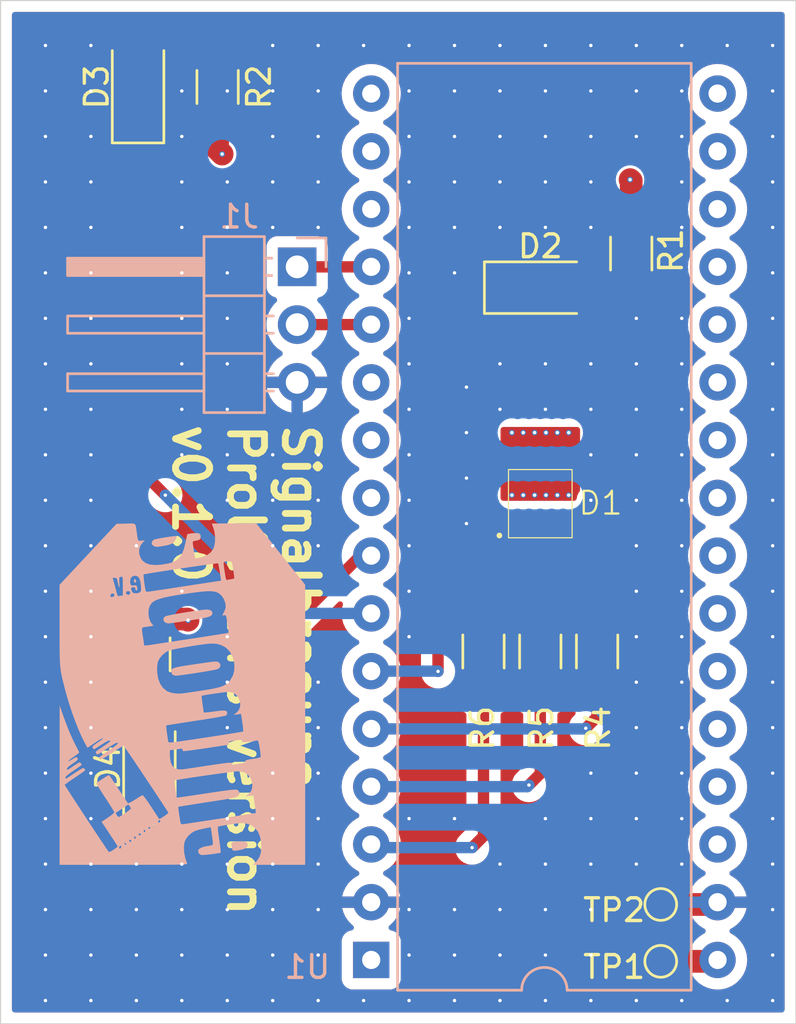
<source format=kicad_pcb>
(kicad_pcb (version 20221018) (generator pcbnew)
  (title_block (title "Signalbraeune") (date "2024-09-10") (rev "0.1.0") (company "Entropia e.V.") (comment 1 "by aklausl & Proliecan") (comment 2 "Proliecan`s version"))
  (layers (0 "F.Cu" signal) (1 "In1.Cu" signal) (2 "In2.Cu" signal) (31 "B.Cu" signal) (34 "B.Paste" user) (35 "F.Paste" user) (36 "B.SilkS" user "B.Silkscreen") (37 "F.SilkS" user "F.Silkscreen") (38 "B.Mask" user) (39 "F.Mask" user) (44 "Edge.Cuts" user))
  (net 0 "")
  (net 1 "+5V")
  (net 2 "Net-(D1-BK)")
  (net 3 "Net-(D1-GK)")
  (net 4 "Net-(D1-RK)")
  (net 5 "/R")
  (net 6 "Net-(D2-A)")
  (net 7 "/W1")
  (net 8 "Net-(D3-A)")
  (net 9 "/W2")
  (net 10 "Net-(D4-A)")
  (net 11 "/TX")
  (net 12 "/RX")
  (net 13 "GND")
  (net 14 "/RGB_R")
  (net 15 "/RGB_G")
  (net 16 "/RGB_B")
  (footprint "LED_SMD:LED_1206_3216Metric_Pad1.42x1.75mm_HandSolder" (layer "F.Cu") (at 153.75 82.625)
    (fp_text reference "D2" (at 0 -1.82) (layer "F.SilkS"))
    (fp_text value "LED - red")
    (pad "1" smd roundrect (at -1.4875 0) (size 1.425 1.75) (layers "F.Cu" "F.Paste" "F.Mask") (roundrect_rratio 0.175439) (net 5 "/R"))
    (pad "2" smd roundrect (at 1.4875 0) (size 1.425 1.75) (layers "F.Cu" "F.Paste" "F.Mask") (roundrect_rratio 0.175439) (net 6 "Net-(D2-A)"))
  )
  (footprint "Resistor_SMD:R_1206_3216Metric_Pad1.30x1.75mm_HandSolder" (layer "F.Cu") (at 153.75 98.625 90)
    (fp_text reference "R5" (at -3.375 0.05 90) (layer "F.SilkS"))
    (fp_text value "330R")
    (pad "1" smd roundrect (at -1.55 0 90) (size 1.3 1.75) (layers "F.Cu" "F.Paste" "F.Mask") (roundrect_rratio 0.192308) (net 15 "/RGB_G"))
    (pad "2" smd roundrect (at 1.55 0 90) (size 1.3 1.75) (layers "F.Cu" "F.Paste" "F.Mask") (roundrect_rratio 0.192308) (net 3 "Net-(D1-GK)"))
  )
  (footprint "Resistor_SMD:R_1206_3216Metric_Pad1.30x1.75mm_HandSolder" (layer "F.Cu") (at 157.75 81.125 90)
    (fp_text reference "R1" (at 0.125 1.75 90) (layer "F.SilkS"))
    (fp_text value "330R")
    (pad "1" smd roundrect (at -1.55 0 90) (size 1.3 1.75) (layers "F.Cu" "F.Paste" "F.Mask") (roundrect_rratio 0.192308) (net 6 "Net-(D2-A)"))
    (pad "2" smd roundrect (at 1.55 0 90) (size 1.3 1.75) (layers "F.Cu" "F.Paste" "F.Mask") (roundrect_rratio 0.192308) (net 1 "+5V"))
  )
  (footprint "Resistor_SMD:R_1206_3216Metric_Pad1.30x1.75mm_HandSolder" (layer "F.Cu") (at 139.55 73.8 -90)
    (fp_text reference "R2" (at 0 -1.82 90) (layer "F.SilkS"))
    (fp_text value "330R")
    (pad "1" smd roundrect (at -1.55 0 270) (size 1.3 1.75) (layers "F.Cu" "F.Paste" "F.Mask") (roundrect_rratio 0.192308) (net 8 "Net-(D3-A)"))
    (pad "2" smd roundrect (at 1.55 0 270) (size 1.3 1.75) (layers "F.Cu" "F.Paste" "F.Mask") (roundrect_rratio 0.192308) (net 1 "+5V"))
  )
  (footprint "Resistor_SMD:R_1206_3216Metric_Pad1.30x1.75mm_HandSolder" (layer "F.Cu") (at 136.55 98.75 90)
    (fp_text reference "R3" (at 0 -1.82 90) (layer "F.SilkS"))
    (fp_text value "330R")
    (pad "1" smd roundrect (at -1.55 0 90) (size 1.3 1.75) (layers "F.Cu" "F.Paste" "F.Mask") (roundrect_rratio 0.192308) (net 10 "Net-(D4-A)"))
    (pad "2" smd roundrect (at 1.55 0 90) (size 1.3 1.75) (layers "F.Cu" "F.Paste" "F.Mask") (roundrect_rratio 0.192308) (net 1 "+5V"))
  )
  (footprint "TestPoint:TestPoint_Pad_D1.0mm" (layer "F.Cu") (at 159.05 112.25 180)
    (fp_text reference "TP1" (at 2.05 -0.25) (layer "F.SilkS"))
    (fp_text value "TestPoint_Probe" hide)
    (pad "1" smd circle (at 0 0 180) (size 1 1) (layers "F.Cu" "F.Mask") (net 1 "+5V"))
  )
  (footprint "CRGB1314ASE-500-TR:CRGB1314ASE-500-TR" (layer "F.Cu") (at 153.75 92.125)
    (fp_text reference "D1" (at 2.65 -0.025 unlocked) (layer "F.SilkS") (effects (font (thickness 0.1))))
    (fp_text value "CRGB1314ASE-500-TR")
    (pad "1" smd rect (at 0.95 -1.75) (size 0.65 1.5) (layers "F.Cu" "F.Paste" "F.Mask") (net 1 "+5V") (clearance 0.3))
    (pad "2" smd rect (at 0 -1.75) (size 0.65 1.5) (layers "F.Cu" "F.Paste" "F.Mask") (net 1 "+5V") (clearance 0.3))
    (pad "3" smd rect (at -0.95 -1.75) (size 0.65 1.5) (layers "F.Cu" "F.Paste" "F.Mask") (net 1 "+5V") (clearance 0.3))
    (pad "4" smd rect (at -0.95 1.75) (size 0.65 1.5) (layers "F.Cu" "F.Paste" "F.Mask") (net 2 "Net-(D1-BK)") (clearance 0.3))
    (pad "5" smd rect (at 0 1.75) (size 0.65 1.5) (layers "F.Cu" "F.Paste" "F.Mask") (net 3 "Net-(D1-GK)") (clearance 0.3))
    (pad "6" smd rect (at 0.95 1.75) (size 0.65 1.5) (layers "F.Cu" "F.Paste" "F.Mask") (net 4 "Net-(D1-RK)") (clearance 0.3))
  )
  (footprint "TestPoint:TestPoint_Pad_D1.0mm" (layer "F.Cu") (at 159.05 109.75 180)
    (fp_text reference "TP2" (at 2.05 -0.25) (layer "F.SilkS"))
    (fp_text value "TestPoint_Probe" hide)
    (pad "1" smd circle (at 0 0 180) (size 1 1) (layers "F.Cu" "F.Mask") (net 13 "GND"))
  )
  (footprint "LED_SMD:LED_1206_3216Metric_Pad1.42x1.75mm_HandSolder" (layer "F.Cu") (at 136.05 73.8 90)
    (fp_text reference "D3" (at 0 -1.82 90) (layer "F.SilkS"))
    (fp_text value "LED - white")
    (pad "1" smd roundrect (at -1.4875 0 90) (size 1.425 1.75) (layers "F.Cu" "F.Paste" "F.Mask") (roundrect_rratio 0.175439) (net 7 "/W1"))
    (pad "2" smd roundrect (at 1.4875 0 90) (size 1.425 1.75) (layers "F.Cu" "F.Paste" "F.Mask") (roundrect_rratio 0.175439) (net 8 "Net-(D3-A)"))
  )
  (footprint "Resistor_SMD:R_1206_3216Metric_Pad1.30x1.75mm_HandSolder" (layer "F.Cu") (at 151.25 98.625 90)
    (fp_text reference "R6" (at -3.375 -0.05 90) (layer "F.SilkS"))
    (fp_text value "330R")
    (pad "1" smd roundrect (at -1.55 0 90) (size 1.3 1.75) (layers "F.Cu" "F.Paste" "F.Mask") (roundrect_rratio 0.192308) (net 16 "/RGB_B"))
    (pad "2" smd roundrect (at 1.55 0 90) (size 1.3 1.75) (layers "F.Cu" "F.Paste" "F.Mask") (roundrect_rratio 0.192308) (net 2 "Net-(D1-BK)"))
  )
  (footprint "LED_SMD:LED_1206_3216Metric_Pad1.42x1.75mm_HandSolder" (layer "F.Cu") (at 136.55 103.75 90)
    (fp_text reference "D4" (at 0 -1.82 90) (layer "F.SilkS"))
    (fp_text value "LED - white")
    (pad "1" smd roundrect (at -1.4875 0 90) (size 1.425 1.75) (layers "F.Cu" "F.Paste" "F.Mask") (roundrect_rratio 0.175439) (net 9 "/W2"))
    (pad "2" smd roundrect (at 1.4875 0 90) (size 1.425 1.75) (layers "F.Cu" "F.Paste" "F.Mask") (roundrect_rratio 0.175439) (net 10 "Net-(D4-A)"))
  )
  (footprint "Resistor_SMD:R_1206_3216Metric_Pad1.30x1.75mm_HandSolder" (layer "F.Cu") (at 156.25 98.625 90)
    (fp_text reference "R4" (at -3.375 0.05 90) (layer "F.SilkS"))
    (fp_text value "330R")
    (pad "1" smd roundrect (at -1.55 0 90) (size 1.3 1.75) (layers "F.Cu" "F.Paste" "F.Mask") (roundrect_rratio 0.192308) (net 14 "/RGB_R"))
    (pad "2" smd roundrect (at 1.55 0 90) (size 1.3 1.75) (layers "F.Cu" "F.Paste" "F.Mask") (roundrect_rratio 0.192308) (net 4 "Net-(D1-RK)"))
  )
  (footprint "Package_DIP:DIP-32_W15.24mm" (layer "B.Cu") (at 146.31 112.19)
    (fp_text reference "U1" (at -2.81 0.31) (layer "B.SilkS") (effects (justify mirror)))
    (fp_text value "ESP32 HW-394")
    (pad "1" thru_hole rect (at 0 0) (size 1.6 1.6) (drill 0.8) (layers "*.Cu" "*.Mask"))
    (pad "2" thru_hole oval (at 0 -2.54) (size 1.6 1.6) (drill 0.8) (layers "*.Cu" "*.Mask") (net 13 "GND"))
    (pad "3" thru_hole oval (at 0 -5.08) (size 1.6 1.6) (drill 0.8) (layers "*.Cu" "*.Mask") (net 16 "/RGB_B"))
    (pad "4" thru_hole oval (at 0 -7.62) (size 1.6 1.6) (drill 0.8) (layers "*.Cu" "*.Mask") (net 15 "/RGB_G"))
    (pad "5" thru_hole oval (at 0 -10.16) (size 1.6 1.6) (drill 0.8) (layers "*.Cu" "*.Mask") (net 14 "/RGB_R"))
    (pad "6" thru_hole oval (at 0 -12.7) (size 1.6 1.6) (drill 0.8) (layers "*.Cu" "*.Mask") (net 5 "/R"))
    (pad "7" thru_hole oval (at 0 -15.24) (size 1.6 1.6) (drill 0.8) (layers "*.Cu" "*.Mask") (net 7 "/W1"))
    (pad "8" thru_hole oval (at 0 -17.78) (size 1.6 1.6) (drill 0.8) (layers "*.Cu" "*.Mask") (net 9 "/W2"))
    (pad "9" thru_hole oval (at 0 -20.32) (size 1.6 1.6) (drill 0.8) (layers "*.Cu" "*.Mask"))
    (pad "10" thru_hole oval (at 0 -22.86) (size 1.6 1.6) (drill 0.8) (layers "*.Cu" "*.Mask"))
    (pad "11" thru_hole oval (at 0 -25.4) (size 1.6 1.6) (drill 0.8) (layers "*.Cu" "*.Mask"))
    (pad "12" thru_hole oval (at 0 -27.94) (size 1.6 1.6) (drill 0.8) (layers "*.Cu" "*.Mask") (net 12 "/RX"))
    (pad "13" thru_hole oval (at 0 -30.48) (size 1.6 1.6) (drill 0.8) (layers "*.Cu" "*.Mask") (net 11 "/TX"))
    (pad "14" thru_hole oval (at 0 -33.02) (size 1.6 1.6) (drill 0.8) (layers "*.Cu" "*.Mask"))
    (pad "15" thru_hole oval (at 0 -35.56) (size 1.6 1.6) (drill 0.8) (layers "*.Cu" "*.Mask"))
    (pad "16" thru_hole oval (at 0 -38.1) (size 1.6 1.6) (drill 0.8) (layers "*.Cu" "*.Mask"))
    (pad "17" thru_hole oval (at 15.24 -38.1) (size 1.6 1.6) (drill 0.8) (layers "*.Cu" "*.Mask"))
    (pad "18" thru_hole oval (at 15.24 -35.56) (size 1.6 1.6) (drill 0.8) (layers "*.Cu" "*.Mask"))
    (pad "19" thru_hole oval (at 15.24 -33.02) (size 1.6 1.6) (drill 0.8) (layers "*.Cu" "*.Mask"))
    (pad "20" thru_hole oval (at 15.24 -30.48) (size 1.6 1.6) (drill 0.8) (layers "*.Cu" "*.Mask") (net 1 "+5V"))
    (pad "21" thru_hole oval (at 15.24 -27.94) (size 1.6 1.6) (drill 0.8) (layers "*.Cu" "*.Mask"))
    (pad "22" thru_hole oval (at 15.24 -25.4) (size 1.6 1.6) (drill 0.8) (layers "*.Cu" "*.Mask"))
    (pad "23" thru_hole oval (at 15.24 -22.86) (size 1.6 1.6) (drill 0.8) (layers "*.Cu" "*.Mask"))
    (pad "24" thru_hole oval (at 15.24 -20.32) (size 1.6 1.6) (drill 0.8) (layers "*.Cu" "*.Mask"))
    (pad "25" thru_hole oval (at 15.24 -17.78) (size 1.6 1.6) (drill 0.8) (layers "*.Cu" "*.Mask"))
    (pad "26" thru_hole oval (at 15.24 -15.24) (size 1.6 1.6) (drill 0.8) (layers "*.Cu" "*.Mask"))
    (pad "27" thru_hole oval (at 15.24 -12.7) (size 1.6 1.6) (drill 0.8) (layers "*.Cu" "*.Mask"))
    (pad "28" thru_hole oval (at 15.24 -10.16) (size 1.6 1.6) (drill 0.8) (layers "*.Cu" "*.Mask"))
    (pad "29" thru_hole oval (at 15.24 -7.62) (size 1.6 1.6) (drill 0.8) (layers "*.Cu" "*.Mask"))
    (pad "30" thru_hole oval (at 15.24 -5.08) (size 1.6 1.6) (drill 0.8) (layers "*.Cu" "*.Mask"))
    (pad "31" thru_hole oval (at 15.24 -2.54) (size 1.6 1.6) (drill 0.8) (layers "*.Cu" "*.Mask") (net 13 "GND"))
    (pad "32" thru_hole oval (at 15.24 0) (size 1.6 1.6) (drill 0.8) (layers "*.Cu" "*.Mask") (net 1 "+5V"))
  )
  (footprint "Proliecan:teebeutel_15mm" (layer "B.Cu") (at 138 100.5 180)
    (fp_text reference " " hide)
    (fp_text value " " hide)
  )
  (footprint "Connector_PinHeader_2.54mm:PinHeader_1x03_P2.54mm_Horizontal" (layer "B.Cu") (at 143.05 81.71 180)
    (fp_text reference "J1" (at 2.55 2.21 -360) (layer "B.SilkS") (effects (justify mirror)))
    (fp_text value "281698-3")
    (pad "1" thru_hole rect (at 0 0 180) (size 1.7 1.7) (drill 1) (layers "*.Cu" "*.Mask") (net 11 "/TX"))
    (pad "2" thru_hole oval (at 0 -2.54 180) (size 1.7 1.7) (drill 1) (layers "*.Cu" "*.Mask") (net 12 "/RX"))
    (pad "3" thru_hole oval (at 0 -5.08 180) (size 1.7 1.7) (drill 1) (layers "*.Cu" "*.Mask") (net 13 "GND"))
  )
  (gr_rect (start 130 70) (end 165 115) (stroke (width 0.05)) (fill none) (layer "Edge.Cuts"))
  (gr_text "Signalbraeune\nProliecan`s version\nv0.1.0" (at 137.5 88.5 -90) (layer "F.SilkS") (effects (font (size 1.5 1.5) (thickness 0.3) bold) (justify left bottom)))
  (segment (start 157.75 77.925) (end 157.7 77.875) (width 1) (layer "F.Cu") (net 1))
  (segment (start 136.55 97.2) (end 138.2 97.2) (width 1) (layer "F.Cu") (net 1))
  (segment (start 139.55 75.35) (end 139.55 76.55) (width 1) (layer "F.Cu") (net 1))
  (segment (start 157.75 79.575) (end 157.75 77.925) (width 1) (layer "F.Cu") (net 1))
  (segment (start 139.55 76.55) (end 139.75 76.75) (width 1) (layer "F.Cu") (net 1))
  (segment (start 161.49 112.25) (end 161.55 112.19) (width 1) (layer "F.Cu") (net 1))
  (segment (start 138.2 97.2) (end 138.25 97.25) (width 1) (layer "F.Cu") (net 1))
  (segment (start 159.05 112.25) (end 161.49 112.25) (width 1) (layer "F.Cu") (net 1))
  (via (at 139.75 76.75) (size 0.25) (drill 0.15) (layers "F.Cu" "B.Cu") (net 1))
  (via (at 155 89) (size 0.25) (drill 0.15) (layers "F.Cu" "B.Cu") (net 1))
  (via (at 152.5 91.75) (size 0.25) (drill 0.15) (layers "F.Cu" "B.Cu") (net 1))
  (via (at 154.5 91.75) (size 0.25) (drill 0.15) (layers "F.Cu" "B.Cu") (net 1))
  (via (at 154.5 89) (size 0.25) (drill 0.15) (layers "F.Cu" "B.Cu") (net 1))
  (via (at 153.5 89) (size 0.25) (drill 0.15) (layers "F.Cu" "B.Cu") (net 1))
  (via (at 155 91.75) (size 0.25) (drill 0.15) (layers "F.Cu" "B.Cu") (net 1))
  (via (at 153.5 91.75) (size 0.25) (drill 0.15) (layers "F.Cu" "B.Cu") (net 1))
  (via (at 138.25 97.25) (size 0.25) (drill 0.15) (layers "F.Cu" "B.Cu") (net 1))
  (via (at 157.7 77.875) (size 0.25) (drill 0.15) (layers "F.Cu" "B.Cu") (net 1))
  (via (at 153 91.75) (size 0.25) (drill 0.15) (layers "F.Cu" "B.Cu") (net 1))
  (via (at 154 89) (size 0.25) (drill 0.15) (layers "F.Cu" "B.Cu") (net 1))
  (via (at 153 89) (size 0.25) (drill 0.15) (layers "F.Cu" "B.Cu") (net 1))
  (via (at 152.5 89) (size 0.25) (drill 0.15) (layers "F.Cu" "B.Cu") (net 1))
  (via (at 154 91.75) (size 0.25) (drill 0.15) (layers "F.Cu" "B.Cu") (net 1))
  (segment (start 151.25 97.075) (end 151.25 95.425) (width 0.5) (layer "F.Cu") (net 2))
  (segment (start 151.25 95.425) (end 152.8 93.875) (width 0.5) (layer "F.Cu") (net 2))
  (segment (start 153.75 97.075) (end 153.75 93.875) (width 0.5) (layer "F.Cu") (net 3))
  (segment (start 156.25 97.075) (end 156.25 95.425) (width 0.5) (layer "F.Cu") (net 4))
  (segment (start 156.25 95.425) (end 154.7 93.875) (width 0.5) (layer "F.Cu") (net 4))
  (segment (start 149.25 85.6375) (end 152.2625 82.625) (width 0.5) (layer "F.Cu") (net 5))
  (segment (start 149.25 99.5) (end 149.25 85.6375) (width 0.5) (layer "F.Cu") (net 5))
  (via (at 149.25 99.5) (size 0.25) (drill 0.15) (layers "F.Cu" "B.Cu") (net 5))
  (segment (start 146.31 99.49) (end 149.24 99.49) (width 0.5) (layer "B.Cu") (net 5))
  (segment (start 149.24 99.49) (end 149.25 99.5) (width 0.5) (layer "B.Cu") (net 5))
  (segment (start 155.2875 82.675) (end 155.2375 82.625) (width 0.5) (layer "F.Cu") (net 6))
  (segment (start 157.75 82.675) (end 155.2875 82.675) (width 0.5) (layer "F.Cu") (net 6))
  (segment (start 136.05 90.55) (end 137.25 91.75) (width 0.5) (layer "F.Cu") (net 7))
  (segment (start 136.05 75.2875) (end 136.05 90.55) (width 0.5) (layer "F.Cu") (net 7))
  (via (at 137.25 91.75) (size 0.25) (drill 0.15) (layers "F.Cu" "B.Cu") (net 7))
  (segment (start 142.45 96.95) (end 146.31 96.95) (width 0.5) (layer "B.Cu") (net 7))
  (segment (start 137.25 91.75) (end 142.45 96.95) (width 0.5) (layer "B.Cu") (net 7))
  (segment (start 136.05 72.3125) (end 139.4875 72.3125) (width 0.5) (layer "F.Cu") (net 8))
  (segment (start 139.4875 72.3125) (end 139.55 72.25) (width 0.5) (layer "F.Cu") (net 8))
  (segment (start 141.25 102.5) (end 141.25 99) (width 0.5) (layer "F.Cu") (net 9))
  (segment (start 138.4875 105.2375) (end 138.5 105.25) (width 0.5) (layer "F.Cu") (net 9))
  (segment (start 138.5 105.25) (end 141.25 102.5) (width 0.5) (layer "F.Cu") (net 9))
  (segment (start 141.25 99) (end 145.84 94.41) (width 0.5) (layer "F.Cu") (net 9))
  (segment (start 136.55 105.2375) (end 138.4875 105.2375) (width 0.5) (layer "F.Cu") (net 9))
  (segment (start 145.84 94.41) (end 146.31 94.41) (width 0.5) (layer "F.Cu") (net 9))
  (segment (start 136.55 102.2625) (end 136.55 100.3) (width 0.5) (layer "F.Cu") (net 10))
  (segment (start 143.05 81.71) (end 146.31 81.71) (width 0.5) (layer "F.Cu") (net 11))
  (segment (start 146.31 84.25) (end 143.05 84.25) (width 0.5) (layer "F.Cu") (net 12))
  (segment (start 159.05 109.75) (end 161.45 109.75) (width 1) (layer "F.Cu") (net 13))
  (segment (start 161.45 109.75) (end 161.55 109.65) (width 1) (layer "F.Cu") (net 13))
  (via (at 131.975 109.975) (size 0.25) (drill 0.15) (layers "F.Cu" "B.Cu") (net 13))
  (via (at 131.975 107.975) (size 0.25) (drill 0.15) (layers "F.Cu" "B.Cu") (net 13))
  (via (at 143.975 89.975) (size 0.25) (drill 0.15) (layers "F.Cu" "B.Cu") (net 13))
  (via (at 145.975 71.975) (size 0.25) (drill 0.15) (layers "F.Cu" "B.Cu") (net 13))
  (via (at 143.975 101.975) (size 0.25) (drill 0.15) (layers "F.Cu" "B.Cu") (net 13))
  (via (at 157.975 87.975) (size 0.25) (drill 0.15) (layers "F.Cu" "B.Cu") (net 13))
  (via (at 133.975 101.975) (size 0.25) (drill 0.15) (layers "F.Cu" "B.Cu") (net 13))
  (via (at 155.975 87.975) (size 0.25) (drill 0.15) (layers "F.Cu" "B.Cu") (net 13))
  (via (at 149.975 113.975) (size 0.25) (drill 0.15) (layers "F.Cu" "B.Cu") (net 13))
  (via (at 153.975 71.975) (size 0.25) (drill 0.15) (layers "F.Cu" "B.Cu") (net 13))
  (via (at 139.975 83.975) (size 0.25) (drill 0.15) (layers "F.Cu" "B.Cu") (net 13))
  (via (at 141.975 79.975) (size 0.25) (drill 0.15) (layers "F.Cu" "B.Cu") (net 13))
  (via (at 163.975 107.975) (size 0.25) (drill 0.15) (layers "F.Cu" "B.Cu") (net 13))
  (via (at 137.975 83.975) (size 0.25) (drill 0.15) (layers "F.Cu" "B.Cu") (net 13))
  (via (at 150.5 93) (size 0.25) (drill 0.15) (layers "F.Cu" "B.Cu") (net 13))
  (via (at 153.975 77.975) (size 0.25) (drill 0.15) (layers "F.Cu" "B.Cu") (net 13))
  (via (at 155.975 79.975) (size 0.25) (drill 0.15) (layers "F.Cu" "B.Cu") (net 13))
  (via (at 153.975 85.975) (size 0.25) (drill 0.15) (layers "F.Cu" "B.Cu") (net 13))
  (via (at 141.975 109.975) (size 0.25) (drill 0.15) (layers "F.Cu" "B.Cu") (net 13))
  (via (at 159.975 89.975) (size 0.25) (drill 0.15) (layers "F.Cu" "B.Cu") (net 13))
  (via (at 157.975 103.975) (size 0.25) (drill 0.15) (layers "F.Cu" "B.Cu") (net 13))
  (via (at 139.975 81.975) (size 0.25) (drill 0.15) (layers "F.Cu" "B.Cu") (net 13))
  (via (at 155.975 71.975) (size 0.25) (drill 0.15) (layers "F.Cu" "B.Cu") (net 13))
  (via (at 143.975 113.975) (size 0.25) (drill 0.15) (layers "F.Cu" "B.Cu") (net 13))
  (via (at 147.975 87.975) (size 0.25) (drill 0.15) (layers "F.Cu" "B.Cu") (net 13))
  (via (at 153.975 79.975) (size 0.25) (drill 0.15) (layers "F.Cu" "B.Cu") (net 13))
  (via (at 157.975 95.975) (size 0.25) (drill 0.15) (layers "F.Cu" "B.Cu") (net 13))
  (via (at 137.975 89.975) (size 0.25) (drill 0.15) (layers "F.Cu" "B.Cu") (net 13))
  (via (at 133.975 103.975) (size 0.25) (drill 0.15) (layers "F.Cu" "B.Cu") (net 13))
  (via (at 133.975 99.975) (size 0.25) (drill 0.15) (layers "F.Cu" "B.Cu") (net 13))
  (via (at 141.975 89.975) (size 0.25) (drill 0.15) (layers "F.Cu" "B.Cu") (net 13))
  (via (at 147.975 85.975) (size 0.25) (drill 0.15) (layers "F.Cu" "B.Cu") (net 13))
  (via (at 157.975 75.975) (size 0.25) (drill 0.15) (layers "F.Cu" "B.Cu") (net 13))
  (via (at 163.975 73.975) (size 0.25) (drill 0.15) (layers "F.Cu" "B.Cu") (net 13))
  (via (at 147.975 83.975) (size 0.25) (drill 0.15) (layers "F.Cu" "B.Cu") (net 13))
  (via (at 131.975 97.975) (size 0.25) (drill 0.15) (layers "F.Cu" "B.Cu") (net 13))
  (via (at 159.975 95.975) (size 0.25) (drill 0.15) (layers "F.Cu" "B.Cu") (net 13))
  (via (at 163.975 105.975) (size 0.25) (drill 0.15) (layers "F.Cu" "B.Cu") (net 13))
  (via (at 157.975 89.975) (size 0.25) (drill 0.15) (layers "F.Cu" "B.Cu") (net 13))
  (via (at 131.975 75.975) (size 0.25) (drill 0.15) (layers "F.Cu" "B.Cu") (net 13))
  (via (at 133.975 81.975) (size 0.25) (drill 0.15) (layers "F.Cu" "B.Cu") (net 13))
  (via (at 149.975 79.975) (size 0.25) (drill 0.15) (layers "F.Cu" "B.Cu") (net 13))
  (via (at 153.975 109.975) (size 0.25) (drill 0.15) (layers "F.Cu" "B.Cu") (net 13))
  (via (at 151.975 109.975) (size 0.25) (drill 0.15) (layers "F.Cu" "B.Cu") (net 13))
  (via (at 131.975 81.975) (size 0.25) (drill 0.15) (layers "F.Cu" "B.Cu") (net 13))
  (via (at 153.975 107.975) (size 0.25) (drill 0.15) (layers "F.Cu" "B.Cu") (net 13))
  (via (at 155.975 77.975) (size 0.25) (drill 0.15) (layers "F.Cu" "B.Cu") (net 13))
  (via (at 153.975 73.975) (size 0.25) (drill 0.15) (layers "F.Cu" "B.Cu") (net 13))
  (via (at 143.975 105.975) (size 0.25) (drill 0.15) (layers "F.Cu" "B.Cu") (net 13))
  (via (at 133.975 75.975) (size 0.25) (drill 0.15) (layers "F.Cu" "B.Cu") (net 13))
  (via (at 147.975 93.975) (size 0.25) (drill 0.15) (layers "F.Cu" "B.Cu") (net 13))
  (via (at 155.975 109.975) (size 0.25) (drill 0.15) (layers "F.Cu" "B.Cu") (net 13))
  (via (at 150.5 91) (size 0.25) (drill 0.15) (layers "F.Cu" "B.Cu") (net 13))
  (via (at 149.975 73.975) (size 0.25) (drill 0.15) (layers "F.Cu" "B.Cu") (net 13))
  (via (at 155.975 103.975) (size 0.25) (drill 0.15) (layers "F.Cu" "B.Cu") (net 13))
  (via (at 163.975 79.975) (size 0.25) (drill 0.15) (layers "F.Cu" "B.Cu") (net 13))
  (via (at 135.975 113.975) (size 0.25) (drill 0.15) (layers "F.Cu" "B.Cu") (net 13))
  (via (at 163.975 75.975) (size 0.25) (drill 0.15) (layers "F.Cu" "B.Cu") (net 13))
  (via (at 139.975 111.975) (size 0.25) (drill 0.15) (layers "F.Cu" "B.Cu") (net 13))
  (via (at 141.975 73.975) (size 0.25) (drill 0.15) (layers "F.Cu" "B.Cu") (net 13))
  (via (at 137.975 73.975) (size 0.25) (drill 0.15) (layers "F.Cu" "B.Cu") (net 13))
  (via (at 137.975 107.975) (size 0.25) (drill 0.15) (layers "F.Cu" "B.Cu") (net 13))
  (via (at 159.975 77.975) (size 0.25) (drill 0.15) (layers "F.Cu" "B.Cu") (net 13))
  (via (at 147.975 109.975) (size 0.25) (drill 0.15) (layers "F.Cu" "B.Cu") (net 13))
  (via (at 137.975 85.975) (size 0.25) (drill 0.15) (layers "F.Cu" "B.Cu") (net 13))
  (via (at 155.975 113.975) (size 0.25) (drill 0.15) (layers "F.Cu" "B.Cu") (net 13))
  (via (at 137.975 87.975) (size 0.25) (drill 0.15) (layers "F.Cu" "B.Cu") (net 13))
  (via (at 143.975 103.975) (size 0.25) (drill 0.15) (layers "F.Cu" "B.Cu") (net 13))
  (via (at 143.975 77.975) (size 0.25) (drill 0.15) (layers "F.Cu" "B.Cu") (net 13))
  (via (at 141.975 105.975) (size 0.25) (drill 0.15) (layers "F.Cu" "B.Cu") (net 13))
  (via (at 155.975 85.975) (size 0.25) (drill 0.15) (layers "F.Cu" "B.Cu") (net 13))
  (via (at 131.975 77.975) (size 0.25) (drill 0.15) (layers "F.Cu" "B.Cu") (net 13))
  (via (at 159.975 105.975) (size 0.25) (drill 0.15) (layers "F.Cu" "B.Cu") (net 13))
  (via (at 139.975 89.975) (size 0.25) (drill 0.15) (layers "F.Cu" "B.Cu") (net 13))
  (via (at 159.975 97.975) (size 0.25) (drill 0.15) (layers "F.Cu" "B.Cu") (net 13))
  (via (at 139.975 109.975) (size 0.25) (drill 0.15) (layers "F.Cu" "B.Cu") (net 13))
  (via (at 137.975 111.975) (size 0.25) (drill 0.15) (layers "F.Cu" "B.Cu") (net 13))
  (via (at 157.975 85.975) (size 0.25) (drill 0.15) (layers "F.Cu" "B.Cu") (net 13))
  (via (at 133.975 73.975) (size 0.25) (drill 0.15) (layers "F.Cu" "B.Cu") (net 13))
  (via (at 141.975 93.975) (size 0.25) (drill 0.15) (layers "F.Cu" "B.Cu") (net 13))
  (via (at 155.975 105.975) (size 0.25) (drill 0.15) (layers "F.Cu" "B.Cu") (net 13))
  (via (at 159.975 93.975) (size 0.25) (drill 0.15) (layers "F.Cu" "B.Cu") (net 13))
  (via (at 151.975 73.975) (size 0.25) (drill 0.15) (layers "F.Cu" "B.Cu") (net 13))
  (via (at 159.975 83.975) (size 0.25) (drill 0.15) (layers "F.Cu" "B.Cu") (net 13))
  (via (at 163.975 77.975) (size 0.25) (drill 0.15) (layers "F.Cu" "B.Cu") (net 13))
  (via (at 163.975 103.975) (size 0.25) (drill 0.15) (layers "F.Cu" "B.Cu") (net 13))
  (via (at 131.975 113.975) (size 0.25) (drill 0.15) (layers "F.Cu" "B.Cu") (net 13))
  (via (at 143.975 71.975) (size 0.25) (drill 0.15) (layers "F.Cu" "B.Cu") (net 13))
  (via (at 157.975 71.975) (size 0.25) (drill 0.15) (layers "F.Cu" "B.Cu") (net 13))
  (via (at 147.975 77.975) (size 0.25) (drill 0.15) (layers "F.Cu" "B.Cu") (net 13))
  (via (at 141.975 103.975) (size 0.25) (drill 0.15) (layers "F.Cu" "B.Cu") (net 13))
  (via (at 131.975 99.975) (size 0.25) (drill 0.15) (layers "F.Cu" "B.Cu") (net 13))
  (via (at 143.975 79.975) (size 0.25) (drill 0.15) (layers "F.Cu" "B.Cu") (net 13))
  (via (at 143.975 75.975) (size 0.25) (drill 0.15) (layers "F.Cu" "B.Cu") (net 13))
  (via (at 155.975 73.975) (size 0.25) (drill 0.15) (layers "F.Cu" "B.Cu") (net 13))
  (via (at 131.975 111.975) (size 0.25) (drill 0.15) (layers "F.Cu" "B.Cu") (net 13))
  (via (at 163.975 93.975) (size 0.25) (drill 0.15) (layers "F.Cu" "B.Cu") (net 13))
  (via (at 153.975 105.975) (size 0.25) (drill 0.15) (layers "F.Cu" "B.Cu") (net 13))
  (via (at 143.975 93.975) (size 0.25) (drill 0.15) (layers "F.Cu" "B.Cu") (net 13))
  (via (at 147.975 73.975) (size 0.25) (drill 0.15) (layers "F.Cu" "B.Cu") (net 13))
  (via (at 159.975 75.975) (size 0.25) (drill 0.15) (layers "F.Cu" "B.Cu") (net 13))
  (via (at 133.975 83.975) (size 0.25) (drill 0.15) (layers "F.Cu" "B.Cu") (net 13))
  (via (at 135.975 93.975) (size 0.25) (drill 0.15) (layers "F.Cu" "B.Cu") (net 13))
  (via (at 161.975 113.975) (size 0.25) (drill 0.15) (layers "F.Cu" "B.Cu") (net 13))
  (via (at 141.975 113.975) (size 0.25) (drill 0.15) (layers "F.Cu" "B.Cu") (net 13))
  (via (at 139.975 105.975) (size 0.25) (drill 0.15) (layers "F.Cu" "B.Cu") (net 13))
  (via (at 135.975 107.975) (size 0.25) (drill 0.15) (layers "F.Cu" "B.Cu") (net 13))
  (via (at 139.975 101.975) (size 0.25) (drill 0.15) (layers "F.Cu" "B.Cu") (net 13))
  (via (at 163.975 85.975) (size 0.25) (drill 0.15) (layers "F.Cu" "B.Cu") (net 13))
  (via (at 163.975 113.975) (size 0.25) (drill 0.15) (layers "F.Cu" "B.Cu") (net 13))
  (via (at 147.975 97.975) (size 0.25) (drill 0.15) (layers "F.Cu" "B.Cu") (net 13))
  (via (at 157.975 107.975) (size 0.25) (drill 0.15) (layers "F.Cu" "B.Cu") (net 13))
  (via (at 137.975 95.975) (size 0.25) (drill 0.15) (layers "F.Cu" "B.Cu") (net 13))
  (via (at 149.975 111.975) (size 0.25) (drill 0.15) (layers "F.Cu" "B.Cu") (net 13))
  (via (at 141.975 107.975) (size 0.25) (drill 0.15) (layers "F.Cu" "B.Cu") (net 13))
  (via (at 157.975 97.975) (size 0.25) (drill 0.15) (layers "F.Cu" "B.Cu") (net 13))
  (via (at 159.975 101.975) (size 0.25) (drill 0.15) (layers "F.Cu" "B.Cu") (net 13))
  (via (at 133.975 93.975) (size 0.25) (drill 0.15) (layers "F.Cu" "B.Cu") (net 13))
  (via (at 147.975 113.975) (size 0.25) (drill 0.15) (layers "F.Cu" "B.Cu") (net 13))
  (via (at 149.975 71.975) (size 0.25) (drill 0.15) (layers "F.Cu" "B.Cu") (net 13))
  (via (at 147.975 89.975) (size 0.25) (drill 0.15) (layers "F.Cu" "B.Cu") (net 13))
  (via (at 149.975 77.975) (size 0.25) (drill 0.15) (layers "F.Cu" "B.Cu") (net 13))
  (via (at 147.975 95.975) (size 0.25) (drill 0.15) (layers "F.Cu" "B.Cu") (net 13))
  (via (at 131.975 85.975) (size 0.25) (drill 0.15) (layers "F.Cu" "B.Cu") (net 13))
  (via (at 151.975 111.975) (size 0.25) (drill 0.15) (layers "F.Cu" "B.Cu") (net 13))
  (via (at 131.975 87.975) (size 0.25) (drill 0.15) (layers "F.Cu" "B.Cu") (net 13))
  (via (at 131.975 105.975) (size 0.25) (drill 0.15) (layers "F.Cu" "B.Cu") (net 13))
  (via (at 151.975 75.975) (size 0.25) (drill 0.15) (layers "F.Cu" "B.Cu") (net 13))
  (via (at 147.975 71.975) (size 0.25) (drill 0.15) (layers "F.Cu" "B.Cu") (net 13))
  (via (at 157.975 73.975) (size 0.25) (drill 0.15) (layers "F.Cu" "B.Cu") (net 13))
  (via (at 131.975 73.975) (size 0.25) (drill 0.15) (layers "F.Cu" "B.Cu") (net 13))
  (via (at 151.975 77.975) (size 0.25) (drill 0.15) (layers "F.Cu" "B.Cu") (net 13))
  (via (at 143.975 91.975) (size 0.25) (drill 0.15) (layers "F.Cu" "B.Cu") (net 13))
  (via (at 141.975 71.975) (size 0.25) (drill 0.15) (layers "F.Cu" "B.Cu") (net 13))
  (via (at 149.975 109.975) (size 0.25) (drill 0.15) (layers "F.Cu" "B.Cu") (net 13))
  (via (at 133.975 89.975) (size 0.25) (drill 0.15) (layers "F.Cu" "B.Cu") (net 13))
  (via (at 153.975 75.975) (size 0.25) (drill 0.15) (layers "F.Cu" "B.Cu") (net 13))
  (via (at 141.975 111.975) (size 0.25) (drill 0.15) (layers "F.Cu" "B.Cu") (net 13))
  (via (at 163.975 101.975) (size 0.25) (drill 0.15) (layers "F.Cu" "B.Cu") (net 13))
  (via (at 151.975 85.975) (size 0.25) (drill 0.15) (layers "F.Cu" "B.Cu") (net 13))
  (via (at 159.975 79.975) (size 0.25) (drill 0.15) (layers "F.Cu" "B.Cu") (net 13))
  (via (at 163.975 71.975) (size 0.25) (drill 0.15) (layers "F.Cu" "B.Cu") (net 13))
  (via (at 163.975 111.975) (size 0.25) (drill 0.15) (layers "F.Cu" "B.Cu") (net 13))
  (via (at 163.975 91.975) (size 0.25) (drill 0.15) (layers "F.Cu" "B.Cu") (net 13))
  (via (at 147.975 75.975) (size 0.25) (drill 0.15) (layers "F.Cu" "B.Cu") (net 13))
  (via (at 131.975 95.975) (size 0.25) (drill 0.15) (layers "F.Cu" "B.Cu") (net 13))
  (via (at 133.975 77.975) (size 0.25) (drill 0.15) (layers "F.Cu" "B.Cu") (net 13))
  (via (at 150.5 87) (size 0.25) (drill 0.15) (layers "F.Cu" "B.Cu") (net 13))
  (via (at 139.975 107.975) (size 0.25) (drill 0.15) (layers "F.Cu" "B.Cu") (net 13))
  (via (at 151.975 107.975) (size 0.25) (drill 0.15) (layers "F.Cu" "B.Cu") (net 13))
  (via (at 149.975 105.975) (size 0.25) (drill 0.15) (layers "F.Cu" "B.Cu") (net 13))
  (via (at 131.975 79.975) (size 0.25) (drill 0.15) (layers "F.Cu" "B.Cu") (net 13))
  (via (at 141.975 77.975) (size 0.25) (drill 0.15) (layers "F.Cu" "B.Cu") (net 13))
  (via (at 157.975 113.975) (size 0.25) (drill 0.15) (layers "F.Cu" "B.Cu") (net 13))
  (via (at 143.975 107.975) (size 0.25) (drill 0.15) (layers "F.Cu" "B.Cu") (net 13))
  (via (at 139.975 99.975) (size 0.25) (drill 0.15) (layers "F.Cu" "B.Cu") (net 13))
  (via (at 163.975 83.975) (size 0.25) (drill 0.15) (layers "F.Cu" "B.Cu") (net 13))
  (via (at 153.975 111.975) (size 0.25) (drill 0.15) (layers "F.Cu" "B.Cu") (net 13))
  (via (at 143.975 109.975) (size 0.25) (drill 0.15) (layers "F.Cu" "B.Cu") (net 13))
  (via (at 163.975 95.975) (size 0.25) (drill 0.15) (layers "F.Cu" "B.Cu") (net 13))
  (via (at 133.975 79.975) (size 0.25) (drill 0.15) (layers "F.Cu" "B.Cu") (net 13))
  (via (at 131.975 91.975) (size 0.25) (drill 0.15) (layers "F.Cu" "B.Cu") (net 13))
  (via (at 159.975 99.975) (size 0.25) (drill 0.15) (layers "F.Cu" "B.Cu") (net 13))
  (via (at 139.975 91.975) (size 0.25) (drill 0.15) (layers "F.Cu" "B.Cu") (net 13))
  (via (at 159.975 71.975) (size 0.25) (drill 0.15) (layers "F.Cu" "B.Cu") (net 13))
  (via (at 133.975 107.975) (size 0.25) (drill 0.15) (layers "F.Cu" "B.Cu") (net 13))
  (via (at 139.975 77.975) (size 0.25) (drill 0.15) (layers "F.Cu" "B.Cu") (net 13))
  (via (at 159.975 113.975) (size 0.25) (drill 0.15) (layers "F.Cu" "B.Cu") (net 13))
  (via (at 131.975 71.975) (size 0.25) (drill 0.15) (layers "F.Cu" "B.Cu") (net 13))
  (via (at 159.975 73.975) (size 0.25) (drill 0.15) (layers "F.Cu" "B.Cu") (net 13))
  (via (at 147.975 105.975) (size 0.25) (drill 0.15) (layers "F.Cu" "B.Cu") (net 13))
  (via (at 155.975 75.975) (size 0.25) (drill 0.15) (layers "F.Cu" "B.Cu") (net 13))
  (via (at 151.975 71.975) (size 0.25) (drill 0.15) (layers "F.Cu" "B.Cu") (net 13))
  (via (at 151.975 113.975) (size 0.25) (drill 0.15) (layers "F.Cu" "B.Cu") (net 13))
  (via (at 133.975 105.975) (size 0.25) (drill 0.15) (layers "F.Cu" "B.Cu") (net 13))
  (via (at 151.975 87.975) (size 0.25) (drill 0.15) (layers "F.Cu" "B.Cu") (net 13))
  (via (at 133.975 71.975) (size 0.25) (drill 0.15) (layers "F.Cu" "B.Cu") (net 13))
  (via (at 157.975 91.975) (size 0.25) (drill 0.15) (layers "F.Cu" "B.Cu") (net 13))
  (via (at 133.975 111.975) (size 0.25) (drill 0.15) (layers "F.Cu" "B.Cu") (net 13))
  (via (at 155.975 89.975) (size 0.25) (drill 0.15) (layers "F.Cu" "B.Cu") (net 13))
  (via (at 147.975 91.975) (size 0.25) (drill 0.15) (layers "F.Cu" "B.Cu") (net 13))
  (via (at 137.975 113.975) (size 0.25) (drill 0.15) (layers "F.Cu" "B.Cu") (net 13))
  (via (at 163.975 87.975) (size 0.25) (drill 0.15) (layers "F.Cu" "B.Cu") (net 13))
  (via (at 139.975 113.975) (size 0.25) (drill 0.15) (layers "F.Cu" "B.Cu") (net 13))
  (via (at 139.975 97.975) (size 0.25) (drill 0.15) (layers "F.Cu" "B.Cu") (net 13))
  (via (at 131.975 83.975) (size 0.25) (drill 0.15) (layers "F.Cu" "B.Cu") (net 13))
  (via (at 141.975 91.975) (size 0.25) (drill 0.15) (layers "F.Cu" "B.Cu") (net 13))
  (via (at 133.975 85.975) (size 0.25) (drill 0.15) (layers "F.Cu" "B.Cu") (net 13))
  (via (at 163.975 99.975) (size 0.25) (drill 0.15) (layers "F.Cu" "B.Cu") (net 13))
  (via (at 163.975 81.975) (size 0.25) (drill 0.15) (layers "F.Cu" "B.Cu") (net 13))
  (via (at 135.975 109.975) (size 0.25) (drill 0.15) (layers "F.Cu" "B.Cu") (net 13))
  (via (at 153.975 87.975) (size 0.25) (drill 0.15) (layers "F.Cu" "B.Cu") (net 13))
  (via (at 157.975 101.975) (size 0.25) (drill 0.15) (layers "F.Cu" "B.Cu") (net 13))
  (via (at 161.975 71.975) (size 0.25) (drill 0.15) (layers "F.Cu" "B.Cu") (net 13))
  (via (at 133.975 91.975) (size 0.25) (drill 0.15) (layers "F.Cu" "B.Cu") (net 13))
  (via (at 147.975 111.975) (size 0.25) (drill 0.15) (layers "F.Cu" "B.Cu") (net 13))
  (via (at 150.5 89) (size 0.25) (drill 0.15) (layers "F.Cu" "B.Cu") (net 13))
  (via (at 153.975 113.975) (size 0.25) (drill 0.15) (layers "F.Cu" "B.Cu") (net 13))
  (via (at 157.975 83.975) (size 0.25) (drill 0.15) (layers "F.Cu" "B.Cu") (net 13))
  (via (at 137.975 77.975) (size 0.25) (drill 0.15) (layers "F.Cu" "B.Cu") (net 13))
  (via (at 133.975 97.975) (size 0.25) (drill 0.15) (layers "F.Cu" "B.Cu") (net 13))
  (via (at 137.975 75.975) (size 0.25) (drill 0.15) (layers "F.Cu" "B.Cu") (net 13))
  (via (at 131.975 101.975) (size 0.25) (drill 0.15) (layers "F.Cu" "B.Cu") (net 13))
  (via (at 151.975 79.975) (size 0.25) (drill 0.15) (layers "F.Cu" "B.Cu") (net 13))
  (via (at 139.975 85.975) (size 0.25) (drill 0.15) (layers "F.Cu" "B.Cu") (net 13))
  (via (at 143.975 111.975) (size 0.25) (drill 0.15) (layers "F.Cu" "B.Cu") (net 13))
  (via (at 157.975 93.975) (size 0.25) (drill 0.15) (layers "F.Cu" "B.Cu") (net 13))
  (via (at 159.975 87.975) (size 0.25) (drill 0.15) (layers "F.Cu" "B.Cu") (net 13))
  (via (at 157.975 99.975) (size 0.25) (drill 0.15) (layers "F.Cu" "B.Cu") (net 13))
  (via (at 155.975 111.975) (size 0.25) (drill 0.15) (layers "F.Cu" "B.Cu") (net 13))
  (via (at 147.975 79.975) (size 0.25) (drill 0.15) (layers "F.Cu" "B.Cu") (net 13))
  (via (at 163.975 109.975) (size 0.25) (drill 0.15) (layers "F.Cu" "B.Cu") (net 13))
  (via (at 139.975 79.975) (size 0.25) (drill 0.15) (layers "F.Cu" "B.Cu") (net 13))
  (via (at 131.975 103.975) (size 0.25) (drill 0.15) (layers "F.Cu" "B.Cu") (net 13))
  (via (at 133.975 87.975) (size 0.25) (drill 0.15) (layers "F.Cu" "B.Cu") (net 13))
  (via (at 145.975 113.975) (size 0.25) (drill 0.15) (layers "F.Cu" "B.Cu") (net 13))
  (via (at 163.975 97.975) (size 0.25) (drill 0.15) (layers "F.Cu" "B.Cu") (net 13))
  (via (at 163.975 89.975) (size 0.25) (drill 0.15) (layers "F.Cu" "B.Cu") (net 13))
  (via (at 137.975 79.975) (size 0.25) (drill 0.15) (layers "F.Cu" "B.Cu") (net 13))
  (via (at 137.975 109.975) (size 0.25) (drill 0.15) (layers "F.Cu" "B.Cu") (net 13))
  (via (at 159.975 103.975) (size 0.25) (drill 0.15) (layers "F.Cu" "B.Cu") (net 13))
  (via (at 149.975 81.975) (size 0.25) (drill 0.15) (layers "F.Cu" "B.Cu") (net 13))
  (via (at 139.975 87.975) (size 0.25) (drill 0.15) (layers "F.Cu" "B.Cu") (net 13))
  (via (at 159.975 91.975) (size 0.25) (drill 0.15) (layers "F.Cu" "B.Cu") (net 13))
  (via (at 149.975 75.975) (size 0.25) (drill 0.15) (layers "F.Cu" "B.Cu") (net 13))
  (via (at 143.975 73.975) (size 0.25) (drill 0.15) (layers "F.Cu" "B.Cu") (net 13))
  (via (at 159.975 85.975) (size 0.25) (drill 0.15) (layers "F.Cu" "B.Cu") (net 13))
  (via (at 131.975 89.975) (size 0.25) (drill 0.15) (layers "F.Cu" "B.Cu") (net 13))
  (via (at 155.975 107.975) (size 0.25) (drill 0.15) (layers "F.Cu" "B.Cu") (net 13))
  (via (at 157.975 105.975) (size 0.25) (drill 0.15) (layers "F.Cu" "B.Cu") (net 13))
  (via (at 133.975 113.975) (size 0.25) (drill 0.15) (layers "F.Cu" "B.Cu") (net 13))
  (via (at 147.975 81.975) (size 0.25) (drill 0.15) (layers "F.Cu" "B.Cu") (net 13))
  (via (at 133.975 109.975) (size 0.25) (drill 0.15) (layers "F.Cu" "B.Cu") (net 13))
  (via (at 159.975 107.975) (size 0.25) (drill 0.15) (layers "F.Cu" "B.Cu") (net 13))
  (via (at 133.975 95.975) (size 0.25) (drill 0.15) (layers "F.Cu" "B.Cu") (net 13))
  (via (at 143.975 99.975) (size 0.25) (drill 0.15) (layers "F.Cu" "B.Cu") (net 13))
  (via (at 137.975 81.975) (size 0.25) (drill 0.15) (layers "F.Cu" "B.Cu") (net 13))
  (via (at 131.975 93.975) (size 0.25) (drill 0.15) (layers "F.Cu" "B.Cu") (net 13))
  (via (at 139.975 73.975) (size 0.25) (drill 0.15) (layers "F.Cu" "B.Cu") (net 13))
  (via (at 155.975 91.975) (size 0.25) (drill 0.15) (layers "F.Cu" "B.Cu") (net 13))
  (via (at 135.975 111.975) (size 0.25) (drill 0.15) (layers "F.Cu" "B.Cu") (net 13))
  (via (at 141.975 75.975) (size 0.25) (drill 0.15) (layers "F.Cu" "B.Cu") (net 13))
  (segment (start 156.25 100.175) (end 156.25 101.5) (width 0.5) (layer "F.Cu") (net 14))
  (segment (start 156.25 101.5) (end 155.75 102) (width 0.5) (layer "F.Cu") (net 14))
  (via (at 155.75 102) (size 0.25) (drill 0.15) (layers "F.Cu" "B.Cu") (net 14))
  (segment (start 155.75 102) (end 155.72 102.03) (width 0.5) (layer "B.Cu") (net 14))
  (segment (start 155.72 102.03) (end 146.31 102.03) (width 0.5) (layer "B.Cu") (net 14))
  (segment (start 153.75 104) (end 153.25 104.5) (width 0.5) (layer "F.Cu") (net 15))
  (segment (start 153.75 100.175) (end 153.75 104) (width 0.5) (layer "F.Cu") (net 15))
  (via (at 153.25 104.5) (size 0.25) (drill 0.15) (layers "F.Cu" "B.Cu") (net 15))
  (segment (start 153.25 104.5) (end 153.18 104.57) (width 0.5) (layer "B.Cu") (net 15))
  (segment (start 153.18 104.57) (end 146.31 104.57) (width 0.5) (layer "B.Cu") (net 15))
  (segment (start 151.25 100.175) (end 151.25 106.75) (width 0.5) (layer "F.Cu") (net 16))
  (segment (start 151.25 106.75) (end 150.75 107.25) (width 0.5) (layer "F.Cu") (net 16))
  (via (at 150.75 107.25) (size 0.25) (drill 0.15) (layers "F.Cu" "B.Cu") (net 16))
  (segment (start 150.75 107.25) (end 146.45 107.25) (width 0.5) (layer "B.Cu") (net 16))
  (segment (start 146.45 107.25) (end 146.31 107.11) (width 0.5) (layer "B.Cu") (net 16))
  (zone (net 1) (net_name "+5V") (layer "F.Cu") (priority 2) (connect_pads yes (clearance 0.5)) (min_thickness 0.25) (fill yes (thermal_gap 0.1) (thermal_bridge_width 0.5) (smoothing chamfer))
    (polygon (pts (xy 155.5 88.75) (xy 155.5 92) (xy 152 92) (xy 152 88.75)))
  )
  (zone (net 13) (net_name "GND") (layers "F.Cu" "In1.Cu" "B.Cu") (connect_pads (clearance 0.5)) (min_thickness 0.25) (fill yes (thermal_gap 0.5) (thermal_bridge_width 0.5) (smoothing chamfer))
    (polygon (pts (xy 130 70) (xy 165 70) (xy 165 115) (xy 130 115)))
  )
)
</source>
